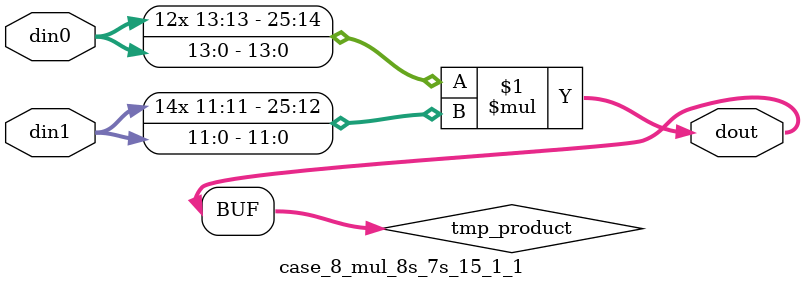
<source format=v>

`timescale 1 ns / 1 ps

 (* use_dsp = "no" *)  module case_8_mul_8s_7s_15_1_1(din0, din1, dout);
parameter ID = 1;
parameter NUM_STAGE = 0;
parameter din0_WIDTH = 14;
parameter din1_WIDTH = 12;
parameter dout_WIDTH = 26;

input [din0_WIDTH - 1 : 0] din0; 
input [din1_WIDTH - 1 : 0] din1; 
output [dout_WIDTH - 1 : 0] dout;

wire signed [dout_WIDTH - 1 : 0] tmp_product;



























assign tmp_product = $signed(din0) * $signed(din1);








assign dout = tmp_product;





















endmodule

</source>
